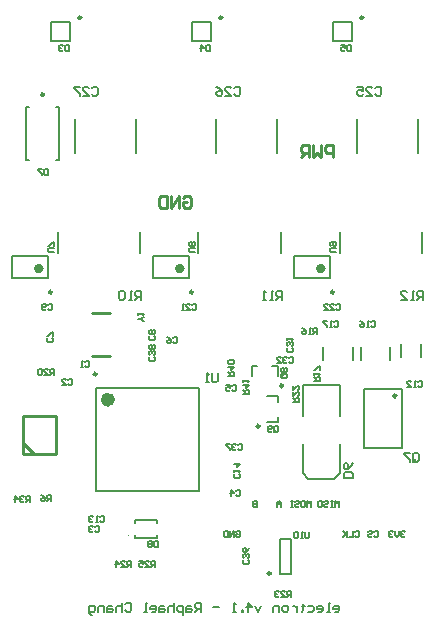
<source format=gbo>
G04 Layer_Color=32896*
%FSAX25Y25*%
%MOIN*%
G70*
G01*
G75*
%ADD42C,0.01000*%
%ADD77C,0.00984*%
%ADD78C,0.00394*%
%ADD79C,0.00787*%
%ADD80C,0.00800*%
%ADD82C,0.00500*%
%ADD136C,0.02362*%
%ADD137C,0.01575*%
D42*
X0558649Y0312750D02*
X0564749D01*
X0558649Y0298250D02*
X0564749D01*
X0535727Y0265671D02*
Y0278269D01*
X0546751Y0265671D02*
Y0278269D01*
X0535727D02*
X0546751D01*
X0535727Y0265671D02*
X0546751D01*
X0535727Y0269214D02*
Y0270002D01*
Y0269214D02*
X0539271Y0265671D01*
X0589033Y0350832D02*
X0589700Y0351499D01*
X0591033D01*
X0591699Y0350832D01*
Y0348166D01*
X0591033Y0347500D01*
X0589700D01*
X0589033Y0348166D01*
Y0349499D01*
X0590366D01*
X0587700Y0347500D02*
Y0351499D01*
X0585035Y0347500D01*
Y0351499D01*
X0583702D02*
Y0347500D01*
X0581702D01*
X0581036Y0348166D01*
Y0350832D01*
X0581702Y0351499D01*
X0583702D01*
X0639199Y0364500D02*
Y0368499D01*
X0637200D01*
X0636533Y0367832D01*
Y0366499D01*
X0637200Y0365833D01*
X0639199D01*
X0635200Y0368499D02*
Y0364500D01*
X0633868Y0365833D01*
X0632535Y0364500D01*
Y0368499D01*
X0631202Y0364500D02*
Y0368499D01*
X0629202D01*
X0628536Y0367832D01*
Y0366499D01*
X0629202Y0365833D01*
X0631202D01*
X0629869D02*
X0628536Y0364500D01*
D77*
X0618278Y0225791D02*
G03*
X0618278Y0225791I-0000492J0000000D01*
G01*
X0560270Y0292252D02*
G03*
X0560270Y0292252I-0000492J0000000D01*
G01*
X0639382Y0319535D02*
G03*
X0639382Y0319535I-0000492J0000000D01*
G01*
X0545382D02*
G03*
X0545382Y0319535I-0000492J0000000D01*
G01*
X0592382D02*
G03*
X0592382Y0319535I-0000492J0000000D01*
G01*
X0555128Y0411067D02*
G03*
X0555128Y0411067I-0000492J0000000D01*
G01*
X0602128D02*
G03*
X0602128Y0411067I-0000492J0000000D01*
G01*
X0649128D02*
G03*
X0649128Y0411067I-0000492J0000000D01*
G01*
X0542691Y0385398D02*
G03*
X0542691Y0385398I-0000492J0000000D01*
G01*
X0622380Y0288347D02*
G03*
X0622380Y0288347I-0000492J0000000D01*
G01*
X0614538Y0274890D02*
G03*
X0614538Y0274890I-0000492J0000000D01*
G01*
X0660142Y0285000D02*
G03*
X0660142Y0285000I-0000492J0000000D01*
G01*
D78*
X0570991Y0238531D02*
G03*
X0570991Y0238531I-0000197J0000000D01*
G01*
D79*
X0621231Y0225594D02*
X0625168D01*
X0621231Y0237405D02*
X0625168D01*
X0621231Y0225594D02*
Y0237405D01*
X0625168Y0225594D02*
Y0237405D01*
X0594325Y0253374D02*
Y0287626D01*
X0560073Y0253374D02*
Y0287626D01*
Y0253374D02*
X0594325D01*
X0560073Y0287626D02*
X0594325D01*
X0625898Y0324260D02*
X0638102D01*
X0625898Y0331740D02*
X0638102D01*
Y0324260D02*
Y0331740D01*
X0625898Y0324260D02*
Y0331740D01*
X0641221Y0332457D02*
Y0339543D01*
X0668780Y0332457D02*
Y0339543D01*
X0594220Y0332457D02*
Y0339543D01*
X0621779Y0332457D02*
Y0339543D01*
X0647160Y0365791D02*
Y0377209D01*
X0667239Y0365791D02*
Y0377209D01*
X0600160Y0365791D02*
Y0377209D01*
X0620238Y0365791D02*
Y0377209D01*
X0531898Y0324260D02*
X0544102D01*
X0531898Y0331740D02*
X0544102D01*
Y0324260D02*
Y0331740D01*
X0531898Y0324260D02*
Y0331740D01*
X0578898Y0324260D02*
X0591102D01*
X0578898Y0331740D02*
X0591102D01*
Y0324260D02*
Y0331740D01*
X0578898Y0324260D02*
Y0331740D01*
X0551270Y0403350D02*
Y0409650D01*
X0545128D02*
X0551270D01*
X0545128Y0403350D02*
X0551270D01*
X0545128D02*
Y0409650D01*
X0598270Y0403350D02*
Y0409650D01*
X0592128D02*
X0598270D01*
X0592128Y0403350D02*
X0598270D01*
X0592128D02*
Y0409650D01*
X0645270Y0403350D02*
Y0409650D01*
X0639128D02*
X0645270D01*
X0639128Y0403350D02*
X0645270D01*
X0639128D02*
Y0409650D01*
X0546825Y0363646D02*
X0547711D01*
X0546825Y0381362D02*
X0547711D01*
X0536687Y0363646D02*
X0537573D01*
X0536687Y0381362D02*
X0537573D01*
X0547711Y0363646D02*
Y0381362D01*
X0536687Y0363646D02*
Y0381362D01*
X0620608Y0291437D02*
Y0294980D01*
X0618738D02*
X0620608D01*
X0611947Y0291437D02*
Y0294980D01*
X0613817D01*
X0617136Y0276169D02*
X0620679D01*
Y0278039D01*
X0617136Y0284831D02*
X0620679D01*
Y0282961D02*
Y0284831D01*
X0661853Y0298035D02*
Y0302366D01*
X0668546Y0298035D02*
Y0302366D01*
X0658120Y0296835D02*
Y0301165D01*
X0648278Y0296835D02*
Y0301165D01*
X0645620Y0296835D02*
Y0301165D01*
X0635778Y0296835D02*
Y0301165D01*
X0661949Y0267657D02*
Y0287343D01*
X0649351Y0267657D02*
Y0287343D01*
X0661949D01*
X0649351Y0267657D02*
X0661949D01*
X0553160Y0365850D02*
Y0377268D01*
X0573239Y0365850D02*
Y0377268D01*
X0580439Y0242469D02*
Y0243453D01*
X0572959Y0242469D02*
Y0243453D01*
X0580439Y0237547D02*
Y0238531D01*
X0572959Y0237547D02*
Y0238531D01*
Y0243453D02*
X0580439D01*
X0572959Y0237547D02*
X0580439D01*
X0629097Y0288461D02*
X0641301D01*
X0639530Y0257358D02*
X0641301Y0259130D01*
X0629097D02*
X0630868Y0257358D01*
X0639530D01*
X0641301Y0278224D02*
Y0288461D01*
X0629097Y0278224D02*
Y0288461D01*
Y0259130D02*
Y0268776D01*
X0641301Y0259130D02*
Y0268776D01*
X0574780Y0332457D02*
Y0339543D01*
X0547221Y0332457D02*
Y0339543D01*
D80*
X0639700Y0213000D02*
X0640699D01*
X0641199Y0213500D01*
Y0214499D01*
X0640699Y0214999D01*
X0639700D01*
X0639200Y0214499D01*
Y0214000D01*
X0641199D01*
X0638200Y0213000D02*
X0637200D01*
X0637700D01*
Y0215999D01*
X0638200D01*
X0634201Y0213000D02*
X0635201D01*
X0635701Y0213500D01*
Y0214499D01*
X0635201Y0214999D01*
X0634201D01*
X0633702Y0214499D01*
Y0214000D01*
X0635701D01*
X0630702Y0214999D02*
X0632202D01*
X0632702Y0214499D01*
Y0213500D01*
X0632202Y0213000D01*
X0630702D01*
X0629203Y0215499D02*
Y0214999D01*
X0629703D01*
X0628703D01*
X0629203D01*
Y0213500D01*
X0628703Y0213000D01*
X0627204Y0214999D02*
Y0213000D01*
Y0214000D01*
X0626704Y0214499D01*
X0626204Y0214999D01*
X0625704D01*
X0623705Y0213000D02*
X0622705D01*
X0622205Y0213500D01*
Y0214499D01*
X0622705Y0214999D01*
X0623705D01*
X0624205Y0214499D01*
Y0213500D01*
X0623705Y0213000D01*
X0621206D02*
Y0214999D01*
X0619706D01*
X0619206Y0214499D01*
Y0213000D01*
X0615207Y0214999D02*
X0614208Y0213000D01*
X0613208Y0214999D01*
X0610709Y0213000D02*
Y0215999D01*
X0612209Y0214499D01*
X0610209D01*
X0609209Y0213000D02*
Y0213500D01*
X0608710D01*
Y0213000D01*
X0609209D01*
X0606710D02*
X0605711D01*
X0606210D01*
Y0215999D01*
X0606710Y0215499D01*
X0601212Y0214499D02*
X0599213D01*
X0595214Y0213000D02*
Y0215999D01*
X0593715D01*
X0593215Y0215499D01*
Y0214499D01*
X0593715Y0214000D01*
X0595214D01*
X0594214D02*
X0593215Y0213000D01*
X0591715Y0214999D02*
X0590715D01*
X0590216Y0214499D01*
Y0213000D01*
X0591715D01*
X0592215Y0213500D01*
X0591715Y0214000D01*
X0590216D01*
X0589216Y0212000D02*
Y0214999D01*
X0587716D01*
X0587217Y0214499D01*
Y0213500D01*
X0587716Y0213000D01*
X0589216D01*
X0586217Y0215999D02*
Y0213000D01*
Y0214499D01*
X0585717Y0214999D01*
X0584717D01*
X0584218Y0214499D01*
Y0213000D01*
X0582718Y0214999D02*
X0581718D01*
X0581218Y0214499D01*
Y0213000D01*
X0582718D01*
X0583218Y0213500D01*
X0582718Y0214000D01*
X0581218D01*
X0578719Y0213000D02*
X0579719D01*
X0580219Y0213500D01*
Y0214499D01*
X0579719Y0214999D01*
X0578719D01*
X0578220Y0214499D01*
Y0214000D01*
X0580219D01*
X0577220Y0213000D02*
X0576220D01*
X0576720D01*
Y0215999D01*
X0577220D01*
X0569722Y0215499D02*
X0570222Y0215999D01*
X0571222D01*
X0571722Y0215499D01*
Y0213500D01*
X0571222Y0213000D01*
X0570222D01*
X0569722Y0213500D01*
X0568723Y0215999D02*
Y0213000D01*
Y0214499D01*
X0568223Y0214999D01*
X0567223D01*
X0566723Y0214499D01*
Y0213000D01*
X0565224Y0214999D02*
X0564224D01*
X0563724Y0214499D01*
Y0213000D01*
X0565224D01*
X0565724Y0213500D01*
X0565224Y0214000D01*
X0563724D01*
X0562724Y0213000D02*
Y0214999D01*
X0561225D01*
X0560725Y0214499D01*
Y0213000D01*
X0558726Y0212000D02*
X0558226D01*
X0557726Y0212500D01*
Y0214999D01*
X0559226D01*
X0559726Y0214499D01*
Y0213500D01*
X0559226Y0213000D01*
X0557726D01*
D82*
X0600699Y0292499D02*
Y0290000D01*
X0600199Y0289500D01*
X0599200D01*
X0598700Y0290000D01*
Y0292499D01*
X0597700Y0289500D02*
X0596700D01*
X0597200D01*
Y0292499D01*
X0597700Y0291999D01*
X0625199Y0218000D02*
Y0219999D01*
X0624199D01*
X0623866Y0219666D01*
Y0219000D01*
X0624199Y0218666D01*
X0625199D01*
X0624533D02*
X0623866Y0218000D01*
X0621867D02*
X0623200D01*
X0621867Y0219333D01*
Y0219666D01*
X0622200Y0219999D01*
X0622866D01*
X0623200Y0219666D01*
X0621200D02*
X0620867Y0219999D01*
X0620201D01*
X0619868Y0219666D01*
Y0219333D01*
X0620201Y0219000D01*
X0620534D01*
X0620201D01*
X0619868Y0218666D01*
Y0218333D01*
X0620201Y0218000D01*
X0620867D01*
X0621200Y0218333D01*
X0576198Y0310000D02*
X0575865D01*
X0575199Y0310666D01*
X0575865Y0311333D01*
X0576198D01*
X0575199Y0310666D02*
X0574199D01*
Y0311999D02*
Y0312666D01*
Y0312333D01*
X0576198D01*
X0575865Y0311999D01*
X0631199Y0239499D02*
Y0237833D01*
X0630866Y0237500D01*
X0630199D01*
X0629866Y0237833D01*
Y0239499D01*
X0629200Y0237500D02*
X0628533D01*
X0628866D01*
Y0239499D01*
X0629200Y0239166D01*
X0627534D02*
X0627200Y0239499D01*
X0626534D01*
X0626201Y0239166D01*
Y0237833D01*
X0626534Y0237500D01*
X0627200D01*
X0627534Y0237833D01*
Y0239166D01*
X0640199Y0333000D02*
X0638532D01*
X0638199Y0333333D01*
Y0334000D01*
X0638532Y0334333D01*
X0640199D01*
X0638532Y0334999D02*
X0638199Y0335333D01*
Y0335999D01*
X0638532Y0336332D01*
X0639865D01*
X0640199Y0335999D01*
Y0335333D01*
X0639865Y0334999D01*
X0639532D01*
X0639199Y0335333D01*
Y0336332D01*
X0640065Y0315166D02*
X0640399Y0315499D01*
X0641065D01*
X0641398Y0315166D01*
Y0313833D01*
X0641065Y0313500D01*
X0640399D01*
X0640065Y0313833D01*
X0638066Y0313500D02*
X0639399D01*
X0638066Y0314833D01*
Y0315166D01*
X0638399Y0315499D01*
X0639066D01*
X0639399Y0315166D01*
X0636067Y0313500D02*
X0637399D01*
X0636067Y0314833D01*
Y0315166D01*
X0636400Y0315499D01*
X0637066D01*
X0637399Y0315166D01*
X0592065D02*
X0592399Y0315499D01*
X0593065D01*
X0593398Y0315166D01*
Y0313833D01*
X0593065Y0313500D01*
X0592399D01*
X0592065Y0313833D01*
X0590066Y0313500D02*
X0591399D01*
X0590066Y0314833D01*
Y0315166D01*
X0590399Y0315499D01*
X0591066D01*
X0591399Y0315166D01*
X0589399Y0313500D02*
X0588733D01*
X0589066D01*
Y0315499D01*
X0589399Y0315166D01*
X0607865Y0258833D02*
X0608198Y0258500D01*
Y0257833D01*
X0607865Y0257500D01*
X0606532D01*
X0606199Y0257833D01*
Y0258500D01*
X0606532Y0258833D01*
X0606199Y0259499D02*
Y0260166D01*
Y0259833D01*
X0608198D01*
X0607865Y0259499D01*
X0606199Y0262165D02*
X0608198D01*
X0607199Y0261165D01*
Y0262498D01*
X0561366Y0244666D02*
X0561699Y0244999D01*
X0562366D01*
X0562699Y0244666D01*
Y0243333D01*
X0562366Y0243000D01*
X0561699D01*
X0561366Y0243333D01*
X0560700Y0243000D02*
X0560033D01*
X0560366D01*
Y0244999D01*
X0560700Y0244666D01*
X0559034D02*
X0558700Y0244999D01*
X0558034D01*
X0557701Y0244666D01*
Y0244333D01*
X0558034Y0244000D01*
X0558367D01*
X0558034D01*
X0557701Y0243666D01*
Y0243333D01*
X0558034Y0243000D01*
X0558700D01*
X0559034Y0243333D01*
X0669199Y0317000D02*
Y0319999D01*
X0667700D01*
X0667200Y0319499D01*
Y0318499D01*
X0667700Y0318000D01*
X0669199D01*
X0668199D02*
X0667200Y0317000D01*
X0666200D02*
X0665200D01*
X0665700D01*
Y0319999D01*
X0666200Y0319499D01*
X0661702Y0317000D02*
X0663701D01*
X0661702Y0318999D01*
Y0319499D01*
X0662201Y0319999D01*
X0663201D01*
X0663701Y0319499D01*
X0622199Y0317000D02*
Y0319999D01*
X0620700D01*
X0620200Y0319499D01*
Y0318499D01*
X0620700Y0318000D01*
X0622199D01*
X0621199D02*
X0620200Y0317000D01*
X0619200D02*
X0618200D01*
X0618700D01*
Y0319999D01*
X0619200Y0319499D01*
X0616701Y0317000D02*
X0615701D01*
X0616201D01*
Y0319999D01*
X0616701Y0319499D01*
X0544065Y0315166D02*
X0544399Y0315499D01*
X0545065D01*
X0545398Y0315166D01*
Y0313833D01*
X0545065Y0313500D01*
X0544399D01*
X0544065Y0313833D01*
X0543399D02*
X0543066Y0313500D01*
X0542399D01*
X0542066Y0313833D01*
Y0315166D01*
X0542399Y0315499D01*
X0543066D01*
X0543399Y0315166D01*
Y0314833D01*
X0543066Y0314500D01*
X0542066D01*
X0545365Y0304333D02*
X0545698Y0304000D01*
Y0303333D01*
X0545365Y0303000D01*
X0544032D01*
X0543699Y0303333D01*
Y0304000D01*
X0544032Y0304333D01*
X0545698Y0304999D02*
Y0306332D01*
X0545365D01*
X0544032Y0304999D01*
X0543699D01*
X0579365Y0304833D02*
X0579699Y0304500D01*
Y0303833D01*
X0579365Y0303500D01*
X0578032D01*
X0577699Y0303833D01*
Y0304500D01*
X0578032Y0304833D01*
X0579365Y0305499D02*
X0579699Y0305833D01*
Y0306499D01*
X0579365Y0306832D01*
X0579032D01*
X0578699Y0306499D01*
X0578366Y0306832D01*
X0578032D01*
X0577699Y0306499D01*
Y0305833D01*
X0578032Y0305499D01*
X0578366D01*
X0578699Y0305833D01*
X0579032Y0305499D01*
X0579365D01*
X0578699Y0305833D02*
Y0306499D01*
X0556366Y0296166D02*
X0556699Y0296499D01*
X0557366D01*
X0557699Y0296166D01*
Y0294833D01*
X0557366Y0294500D01*
X0556699D01*
X0556366Y0294833D01*
X0555700Y0294500D02*
X0555033D01*
X0555367D01*
Y0296499D01*
X0555700Y0296166D01*
X0550866Y0290166D02*
X0551199Y0290499D01*
X0551866D01*
X0552199Y0290166D01*
Y0288833D01*
X0551866Y0288500D01*
X0551199D01*
X0550866Y0288833D01*
X0548867Y0288500D02*
X0550200D01*
X0548867Y0289833D01*
Y0290166D01*
X0549200Y0290499D01*
X0549866D01*
X0550200Y0290166D01*
X0559866Y0241166D02*
X0560199Y0241499D01*
X0560866D01*
X0561199Y0241166D01*
Y0239833D01*
X0560866Y0239500D01*
X0560199D01*
X0559866Y0239833D01*
X0559200Y0241166D02*
X0558867Y0241499D01*
X0558200D01*
X0557867Y0241166D01*
Y0240833D01*
X0558200Y0240500D01*
X0558533D01*
X0558200D01*
X0557867Y0240166D01*
Y0239833D01*
X0558200Y0239500D01*
X0558867D01*
X0559200Y0239833D01*
X0606866Y0253166D02*
X0607199Y0253499D01*
X0607866D01*
X0608199Y0253166D01*
Y0251833D01*
X0607866Y0251500D01*
X0607199D01*
X0606866Y0251833D01*
X0605200Y0251500D02*
Y0253499D01*
X0606200Y0252500D01*
X0604867D01*
X0605366Y0288166D02*
X0605699Y0288499D01*
X0606366D01*
X0606699Y0288166D01*
Y0286833D01*
X0606366Y0286500D01*
X0605699D01*
X0605366Y0286833D01*
X0603367Y0288499D02*
X0604700D01*
Y0287500D01*
X0604033Y0287833D01*
X0603700D01*
X0603367Y0287500D01*
Y0286833D01*
X0603700Y0286500D01*
X0604366D01*
X0604700Y0286833D01*
X0653200Y0387499D02*
X0653700Y0387999D01*
X0654699D01*
X0655199Y0387499D01*
Y0385500D01*
X0654699Y0385000D01*
X0653700D01*
X0653200Y0385500D01*
X0650201Y0385000D02*
X0652200D01*
X0650201Y0386999D01*
Y0387499D01*
X0650701Y0387999D01*
X0651700D01*
X0652200Y0387499D01*
X0647202Y0387999D02*
X0649201D01*
Y0386500D01*
X0648201Y0386999D01*
X0647702D01*
X0647202Y0386500D01*
Y0385500D01*
X0647702Y0385000D01*
X0648701D01*
X0649201Y0385500D01*
X0606200Y0387499D02*
X0606700Y0387999D01*
X0607699D01*
X0608199Y0387499D01*
Y0385500D01*
X0607699Y0385000D01*
X0606700D01*
X0606200Y0385500D01*
X0603201Y0385000D02*
X0605200D01*
X0603201Y0386999D01*
Y0387499D01*
X0603701Y0387999D01*
X0604700D01*
X0605200Y0387499D01*
X0600202Y0387999D02*
X0601201Y0387499D01*
X0602201Y0386500D01*
Y0385500D01*
X0601701Y0385000D01*
X0600702D01*
X0600202Y0385500D01*
Y0386000D01*
X0600702Y0386500D01*
X0602201D01*
X0546199Y0333000D02*
X0544532D01*
X0544199Y0333333D01*
Y0334000D01*
X0544532Y0334333D01*
X0546199D01*
Y0334999D02*
Y0336332D01*
X0545865D01*
X0544532Y0334999D01*
X0544199D01*
X0593198Y0333000D02*
X0591532D01*
X0591199Y0333333D01*
Y0334000D01*
X0591532Y0334333D01*
X0593198D01*
X0592865Y0334999D02*
X0593198Y0335333D01*
Y0335999D01*
X0592865Y0336332D01*
X0592532D01*
X0592199Y0335999D01*
X0591866Y0336332D01*
X0591532D01*
X0591199Y0335999D01*
Y0335333D01*
X0591532Y0334999D01*
X0591866D01*
X0592199Y0335333D01*
X0592532Y0334999D01*
X0592865D01*
X0592199Y0335333D02*
Y0335999D01*
X0610865Y0230333D02*
X0611199Y0230000D01*
Y0229333D01*
X0610865Y0229000D01*
X0609532D01*
X0609199Y0229333D01*
Y0230000D01*
X0609532Y0230333D01*
X0610865Y0230999D02*
X0611199Y0231333D01*
Y0231999D01*
X0610865Y0232332D01*
X0610532D01*
X0610199Y0231999D01*
Y0231666D01*
Y0231999D01*
X0609866Y0232332D01*
X0609532D01*
X0609199Y0231999D01*
Y0231333D01*
X0609532Y0230999D01*
X0611199Y0234332D02*
X0610865Y0233665D01*
X0610199Y0232999D01*
X0609532D01*
X0609199Y0233332D01*
Y0233998D01*
X0609532Y0234332D01*
X0609866D01*
X0610199Y0233998D01*
Y0232999D01*
X0551199Y0401999D02*
Y0400000D01*
X0550199D01*
X0549866Y0400333D01*
Y0401666D01*
X0550199Y0401999D01*
X0551199D01*
X0549200Y0401666D02*
X0548867Y0401999D01*
X0548200D01*
X0547867Y0401666D01*
Y0401333D01*
X0548200Y0401000D01*
X0548533D01*
X0548200D01*
X0547867Y0400666D01*
Y0400333D01*
X0548200Y0400000D01*
X0548867D01*
X0549200Y0400333D01*
X0598199Y0401999D02*
Y0400000D01*
X0597199D01*
X0596866Y0400333D01*
Y0401666D01*
X0597199Y0401999D01*
X0598199D01*
X0595200Y0400000D02*
Y0401999D01*
X0596200Y0401000D01*
X0594867D01*
X0645199Y0401999D02*
Y0400000D01*
X0644199D01*
X0643866Y0400333D01*
Y0401666D01*
X0644199Y0401999D01*
X0645199D01*
X0641867D02*
X0643200D01*
Y0401000D01*
X0642533Y0401333D01*
X0642200D01*
X0641867Y0401000D01*
Y0400333D01*
X0642200Y0400000D01*
X0642867D01*
X0643200Y0400333D01*
X0544199Y0360499D02*
Y0358500D01*
X0543199D01*
X0542866Y0358833D01*
Y0360166D01*
X0543199Y0360499D01*
X0544199D01*
X0542200D02*
X0540867D01*
Y0360166D01*
X0542200Y0358833D01*
Y0358500D01*
X0607366Y0268666D02*
X0607699Y0268999D01*
X0608366D01*
X0608699Y0268666D01*
Y0267333D01*
X0608366Y0267000D01*
X0607699D01*
X0607366Y0267333D01*
X0606700Y0268666D02*
X0606366Y0268999D01*
X0605700D01*
X0605367Y0268666D01*
Y0268333D01*
X0605700Y0268000D01*
X0606033D01*
X0605700D01*
X0605367Y0267666D01*
Y0267333D01*
X0605700Y0267000D01*
X0606366D01*
X0606700Y0267333D01*
X0604700Y0268999D02*
X0603368D01*
Y0268666D01*
X0604700Y0267333D01*
Y0267000D01*
X0622032Y0292333D02*
X0623365D01*
X0623699Y0292000D01*
Y0291333D01*
X0623365Y0291000D01*
X0622032D01*
X0621699Y0291333D01*
Y0292000D01*
X0622366Y0291666D02*
X0621699Y0292333D01*
Y0292000D02*
X0622032Y0292333D01*
X0623365Y0292999D02*
X0623699Y0293333D01*
Y0293999D01*
X0623365Y0294332D01*
X0623032D01*
X0622699Y0293999D01*
X0622366Y0294332D01*
X0622032D01*
X0621699Y0293999D01*
Y0293333D01*
X0622032Y0292999D01*
X0622366D01*
X0622699Y0293333D01*
X0623032Y0292999D01*
X0623365D01*
X0622699Y0293333D02*
Y0293999D01*
X0619366Y0273333D02*
Y0274666D01*
X0619699Y0274999D01*
X0620366D01*
X0620699Y0274666D01*
Y0273333D01*
X0620366Y0273000D01*
X0619699D01*
X0620033Y0273666D02*
X0619366Y0273000D01*
X0619699D02*
X0619366Y0273333D01*
X0618700D02*
X0618366Y0273000D01*
X0617700D01*
X0617367Y0273333D01*
Y0274666D01*
X0617700Y0274999D01*
X0618366D01*
X0618700Y0274666D01*
Y0274333D01*
X0618366Y0274000D01*
X0617367D01*
X0604199Y0291500D02*
X0606199D01*
Y0292500D01*
X0605865Y0292833D01*
X0605199D01*
X0604866Y0292500D01*
Y0291500D01*
Y0292166D02*
X0604199Y0292833D01*
Y0294499D02*
X0606199D01*
X0605199Y0293499D01*
Y0294832D01*
X0605865Y0295499D02*
X0606199Y0295832D01*
Y0296498D01*
X0605865Y0296832D01*
X0604532D01*
X0604199Y0296498D01*
Y0295832D01*
X0604532Y0295499D01*
X0605865D01*
X0609199Y0285500D02*
X0611199D01*
Y0286500D01*
X0610865Y0286833D01*
X0610199D01*
X0609866Y0286500D01*
Y0285500D01*
Y0286166D02*
X0609199Y0286833D01*
Y0288499D02*
X0611199D01*
X0610199Y0287499D01*
Y0288832D01*
X0609199Y0289499D02*
Y0290165D01*
Y0289832D01*
X0611199D01*
X0610865Y0289499D01*
X0625699Y0283000D02*
X0627699D01*
Y0284000D01*
X0627365Y0284333D01*
X0626699D01*
X0626366Y0284000D01*
Y0283000D01*
Y0283666D02*
X0625699Y0284333D01*
Y0286332D02*
Y0284999D01*
X0627032Y0286332D01*
X0627365D01*
X0627699Y0285999D01*
Y0285333D01*
X0627365Y0284999D01*
X0625699Y0288332D02*
Y0286999D01*
X0627032Y0288332D01*
X0627365D01*
X0627699Y0287998D01*
Y0287332D01*
X0627365Y0286999D01*
X0624366Y0297666D02*
X0624699Y0297999D01*
X0625366D01*
X0625699Y0297666D01*
Y0296333D01*
X0625366Y0296000D01*
X0624699D01*
X0624366Y0296333D01*
X0623700Y0297666D02*
X0623366Y0297999D01*
X0622700D01*
X0622367Y0297666D01*
Y0297333D01*
X0622700Y0297000D01*
X0623033D01*
X0622700D01*
X0622367Y0296666D01*
Y0296333D01*
X0622700Y0296000D01*
X0623366D01*
X0623700Y0296333D01*
X0620367Y0296000D02*
X0621700D01*
X0620367Y0297333D01*
Y0297666D01*
X0620701Y0297999D01*
X0621367D01*
X0621700Y0297666D01*
X0625365Y0300833D02*
X0625699Y0300500D01*
Y0299833D01*
X0625365Y0299500D01*
X0624032D01*
X0623699Y0299833D01*
Y0300500D01*
X0624032Y0300833D01*
X0625365Y0301499D02*
X0625699Y0301833D01*
Y0302499D01*
X0625365Y0302832D01*
X0625032D01*
X0624699Y0302499D01*
Y0302166D01*
Y0302499D01*
X0624366Y0302832D01*
X0624032D01*
X0623699Y0302499D01*
Y0301833D01*
X0624032Y0301499D01*
X0623699Y0303499D02*
Y0304165D01*
Y0303832D01*
X0625699D01*
X0625365Y0303499D01*
X0667366Y0289566D02*
X0667699Y0289899D01*
X0668366D01*
X0668699Y0289566D01*
Y0288233D01*
X0668366Y0287900D01*
X0667699D01*
X0667366Y0288233D01*
X0666700Y0287900D02*
X0666033D01*
X0666366D01*
Y0289899D01*
X0666700Y0289566D01*
X0663701Y0287900D02*
X0665034D01*
X0663701Y0289233D01*
Y0289566D01*
X0664034Y0289899D01*
X0664700D01*
X0665034Y0289566D01*
X0651866Y0309666D02*
X0652199Y0309999D01*
X0652866D01*
X0653199Y0309666D01*
Y0308333D01*
X0652866Y0308000D01*
X0652199D01*
X0651866Y0308333D01*
X0651200Y0308000D02*
X0650533D01*
X0650867D01*
Y0309999D01*
X0651200Y0309666D01*
X0648201Y0309999D02*
X0648867Y0309666D01*
X0649534Y0309000D01*
Y0308333D01*
X0649200Y0308000D01*
X0648534D01*
X0648201Y0308333D01*
Y0308666D01*
X0648534Y0309000D01*
X0649534D01*
X0639366Y0309666D02*
X0639699Y0309999D01*
X0640366D01*
X0640699Y0309666D01*
Y0308333D01*
X0640366Y0308000D01*
X0639699D01*
X0639366Y0308333D01*
X0638700Y0308000D02*
X0638033D01*
X0638367D01*
Y0309999D01*
X0638700Y0309666D01*
X0637034Y0309999D02*
X0635701D01*
Y0309666D01*
X0637034Y0308333D01*
Y0308000D01*
X0633699Y0305500D02*
Y0307499D01*
X0632699D01*
X0632366Y0307166D01*
Y0306500D01*
X0632699Y0306166D01*
X0633699D01*
X0633033D02*
X0632366Y0305500D01*
X0631700D02*
X0631033D01*
X0631366D01*
Y0307499D01*
X0631700Y0307166D01*
X0628701Y0307499D02*
X0629367Y0307166D01*
X0630034Y0306500D01*
Y0305833D01*
X0629700Y0305500D01*
X0629034D01*
X0628701Y0305833D01*
Y0306166D01*
X0629034Y0306500D01*
X0630034D01*
X0632699Y0290000D02*
X0634698D01*
Y0291000D01*
X0634365Y0291333D01*
X0633699D01*
X0633366Y0291000D01*
Y0290000D01*
Y0290666D02*
X0632699Y0291333D01*
Y0291999D02*
Y0292666D01*
Y0292333D01*
X0634698D01*
X0634365Y0291999D01*
X0634698Y0293666D02*
Y0294998D01*
X0634365D01*
X0633032Y0293666D01*
X0632699D01*
X0665700Y0263500D02*
Y0265499D01*
X0666200Y0265999D01*
X0667199D01*
X0667699Y0265499D01*
Y0263500D01*
X0667199Y0263000D01*
X0666200D01*
X0666699Y0264000D02*
X0665700Y0263000D01*
X0666200D02*
X0665700Y0263500D01*
X0664700Y0265999D02*
X0662701D01*
Y0265499D01*
X0664700Y0263500D01*
Y0263000D01*
X0558700Y0387499D02*
X0559200Y0387999D01*
X0560199D01*
X0560699Y0387499D01*
Y0385500D01*
X0560199Y0385000D01*
X0559200D01*
X0558700Y0385500D01*
X0555701Y0385000D02*
X0557700D01*
X0555701Y0386999D01*
Y0387499D01*
X0556201Y0387999D01*
X0557200D01*
X0557700Y0387499D01*
X0554701Y0387999D02*
X0552702D01*
Y0387499D01*
X0554701Y0385500D01*
Y0385000D01*
X0579699Y0228000D02*
Y0229999D01*
X0578699D01*
X0578366Y0229666D01*
Y0229000D01*
X0578699Y0228666D01*
X0579699D01*
X0579033D02*
X0578366Y0228000D01*
X0576367D02*
X0577700D01*
X0576367Y0229333D01*
Y0229666D01*
X0576700Y0229999D01*
X0577366D01*
X0577700Y0229666D01*
X0574368Y0229999D02*
X0575700D01*
Y0229000D01*
X0575034Y0229333D01*
X0574701D01*
X0574368Y0229000D01*
Y0228333D01*
X0574701Y0228000D01*
X0575367D01*
X0575700Y0228333D01*
X0571699Y0228000D02*
Y0229999D01*
X0570699D01*
X0570366Y0229666D01*
Y0229000D01*
X0570699Y0228666D01*
X0571699D01*
X0571033D02*
X0570366Y0228000D01*
X0568367D02*
X0569700D01*
X0568367Y0229333D01*
Y0229666D01*
X0568700Y0229999D01*
X0569367D01*
X0569700Y0229666D01*
X0566701Y0228000D02*
Y0229999D01*
X0567700Y0229000D01*
X0566367D01*
X0579365Y0297833D02*
X0579699Y0297500D01*
Y0296833D01*
X0579365Y0296500D01*
X0578032D01*
X0577699Y0296833D01*
Y0297500D01*
X0578032Y0297833D01*
X0579365Y0298499D02*
X0579699Y0298833D01*
Y0299499D01*
X0579365Y0299832D01*
X0579032D01*
X0578699Y0299499D01*
Y0299166D01*
Y0299499D01*
X0578366Y0299832D01*
X0578032D01*
X0577699Y0299499D01*
Y0298833D01*
X0578032Y0298499D01*
X0579365Y0300499D02*
X0579699Y0300832D01*
Y0301498D01*
X0579365Y0301832D01*
X0579032D01*
X0578699Y0301498D01*
X0578366Y0301832D01*
X0578032D01*
X0577699Y0301498D01*
Y0300832D01*
X0578032Y0300499D01*
X0578366D01*
X0578699Y0300832D01*
X0579032Y0300499D01*
X0579365D01*
X0578699Y0300832D02*
Y0301498D01*
X0580699Y0236499D02*
Y0234500D01*
X0579699D01*
X0579366Y0234833D01*
Y0236166D01*
X0579699Y0236499D01*
X0580699D01*
X0578700Y0236166D02*
X0578367Y0236499D01*
X0577700D01*
X0577367Y0236166D01*
Y0235833D01*
X0577700Y0235500D01*
X0577367Y0235166D01*
Y0234833D01*
X0577700Y0234500D01*
X0578367D01*
X0578700Y0234833D01*
Y0235166D01*
X0578367Y0235500D01*
X0578700Y0235833D01*
Y0236166D01*
X0578367Y0235500D02*
X0577700D01*
X0645698Y0257500D02*
X0642699D01*
Y0258999D01*
X0643199Y0259499D01*
X0645198D01*
X0645698Y0258999D01*
Y0257500D01*
Y0262498D02*
X0645198Y0261499D01*
X0644199Y0260499D01*
X0643199D01*
X0642699Y0260999D01*
Y0261999D01*
X0643199Y0262498D01*
X0643699D01*
X0644199Y0261999D01*
Y0260499D01*
X0585866Y0304166D02*
X0586199Y0304499D01*
X0586866D01*
X0587199Y0304166D01*
Y0302833D01*
X0586866Y0302500D01*
X0586199D01*
X0585866Y0302833D01*
X0583867Y0304499D02*
X0584533Y0304166D01*
X0585200Y0303500D01*
Y0302833D01*
X0584867Y0302500D01*
X0584200D01*
X0583867Y0302833D01*
Y0303166D01*
X0584200Y0303500D01*
X0585200D01*
X0575199Y0317000D02*
Y0319999D01*
X0573700D01*
X0573200Y0319499D01*
Y0318499D01*
X0573700Y0318000D01*
X0575199D01*
X0574199D02*
X0573200Y0317000D01*
X0572200D02*
X0571200D01*
X0571700D01*
Y0319999D01*
X0572200Y0319499D01*
X0569701D02*
X0569201Y0319999D01*
X0568201D01*
X0567702Y0319499D01*
Y0317500D01*
X0568201Y0317000D01*
X0569201D01*
X0569701Y0317500D01*
Y0319499D01*
X0545199Y0250000D02*
Y0251999D01*
X0544199D01*
X0543866Y0251666D01*
Y0251000D01*
X0544199Y0250666D01*
X0545199D01*
X0544533D02*
X0543866Y0250000D01*
X0541867Y0251999D02*
X0542533Y0251666D01*
X0543200Y0251000D01*
Y0250333D01*
X0542867Y0250000D01*
X0542200D01*
X0541867Y0250333D01*
Y0250666D01*
X0542200Y0251000D01*
X0543200D01*
X0546199Y0292000D02*
Y0293999D01*
X0545199D01*
X0544866Y0293666D01*
Y0293000D01*
X0545199Y0292666D01*
X0546199D01*
X0545533D02*
X0544866Y0292000D01*
X0542867D02*
X0544200D01*
X0542867Y0293333D01*
Y0293666D01*
X0543200Y0293999D01*
X0543866D01*
X0544200Y0293666D01*
X0542200D02*
X0541867Y0293999D01*
X0541201D01*
X0540868Y0293666D01*
Y0292333D01*
X0541201Y0292000D01*
X0541867D01*
X0542200Y0292333D01*
Y0293666D01*
X0538199Y0249728D02*
Y0251728D01*
X0537199D01*
X0536866Y0251395D01*
Y0250728D01*
X0537199Y0250395D01*
X0538199D01*
X0537533D02*
X0536866Y0249728D01*
X0536200Y0251395D02*
X0535866Y0251728D01*
X0535200D01*
X0534867Y0251395D01*
Y0251061D01*
X0535200Y0250728D01*
X0535533D01*
X0535200D01*
X0534867Y0250395D01*
Y0250062D01*
X0535200Y0249728D01*
X0535866D01*
X0536200Y0250062D01*
X0533201Y0249728D02*
Y0251728D01*
X0534200Y0250728D01*
X0532867D01*
X0606866Y0239666D02*
X0607199Y0239999D01*
X0607866D01*
X0608199Y0239666D01*
Y0238333D01*
X0607866Y0238000D01*
X0607199D01*
X0606866Y0238333D01*
Y0239000D01*
X0607533D01*
X0606200Y0238000D02*
Y0239999D01*
X0604867Y0238000D01*
Y0239999D01*
X0604200D02*
Y0238000D01*
X0603201D01*
X0602868Y0238333D01*
Y0239666D01*
X0603201Y0239999D01*
X0604200D01*
X0613699Y0249999D02*
Y0248000D01*
X0612699D01*
X0612366Y0248333D01*
Y0248666D01*
X0612699Y0249000D01*
X0613699D01*
X0612699D01*
X0612366Y0249333D01*
Y0249666D01*
X0612699Y0249999D01*
X0613699D01*
X0621699Y0248000D02*
Y0249333D01*
X0621033Y0249999D01*
X0620366Y0249333D01*
Y0248000D01*
Y0249000D01*
X0621699D01*
X0631699Y0248000D02*
Y0249999D01*
X0631033Y0249333D01*
X0630366Y0249999D01*
Y0248000D01*
X0628700Y0249999D02*
X0629366D01*
X0629700Y0249666D01*
Y0248333D01*
X0629366Y0248000D01*
X0628700D01*
X0628367Y0248333D01*
Y0249666D01*
X0628700Y0249999D01*
X0626368Y0249666D02*
X0626701Y0249999D01*
X0627367D01*
X0627700Y0249666D01*
Y0249333D01*
X0627367Y0249000D01*
X0626701D01*
X0626368Y0248666D01*
Y0248333D01*
X0626701Y0248000D01*
X0627367D01*
X0627700Y0248333D01*
X0625701Y0249999D02*
X0625035D01*
X0625368D01*
Y0248000D01*
X0625701D01*
X0625035D01*
X0641199D02*
Y0249999D01*
X0640533Y0249333D01*
X0639866Y0249999D01*
Y0248000D01*
X0639200Y0249999D02*
X0638533D01*
X0638867D01*
Y0248000D01*
X0639200D01*
X0638533D01*
X0636201Y0249666D02*
X0636534Y0249999D01*
X0637200D01*
X0637534Y0249666D01*
Y0249333D01*
X0637200Y0249000D01*
X0636534D01*
X0636201Y0248666D01*
Y0248333D01*
X0636534Y0248000D01*
X0637200D01*
X0637534Y0248333D01*
X0634535Y0249999D02*
X0635201D01*
X0635534Y0249666D01*
Y0248333D01*
X0635201Y0248000D01*
X0634535D01*
X0634201Y0248333D01*
Y0249666D01*
X0634535Y0249999D01*
X0646366Y0239666D02*
X0646699Y0239999D01*
X0647366D01*
X0647699Y0239666D01*
Y0238333D01*
X0647366Y0238000D01*
X0646699D01*
X0646366Y0238333D01*
X0645700Y0239999D02*
Y0238000D01*
X0644367D01*
X0643700Y0239999D02*
Y0238000D01*
Y0238666D01*
X0642368Y0239999D01*
X0643367Y0239000D01*
X0642368Y0238000D01*
X0652866Y0239666D02*
X0653199Y0239999D01*
X0653866D01*
X0654199Y0239666D01*
Y0238333D01*
X0653866Y0238000D01*
X0653199D01*
X0652866Y0238333D01*
X0650867Y0239666D02*
X0651200Y0239999D01*
X0651866D01*
X0652200Y0239666D01*
Y0239333D01*
X0651866Y0239000D01*
X0651200D01*
X0650867Y0238666D01*
Y0238333D01*
X0651200Y0238000D01*
X0651866D01*
X0652200Y0238333D01*
X0663199Y0239666D02*
X0662866Y0239999D01*
X0662199D01*
X0661866Y0239666D01*
Y0239333D01*
X0662199Y0239000D01*
X0662533D01*
X0662199D01*
X0661866Y0238666D01*
Y0238333D01*
X0662199Y0238000D01*
X0662866D01*
X0663199Y0238333D01*
X0661200Y0239999D02*
Y0238666D01*
X0660533Y0238000D01*
X0659867Y0238666D01*
Y0239999D01*
X0659200Y0239666D02*
X0658867Y0239999D01*
X0658201D01*
X0657867Y0239666D01*
Y0239333D01*
X0658201Y0239000D01*
X0658534D01*
X0658201D01*
X0657867Y0238666D01*
Y0238333D01*
X0658201Y0238000D01*
X0658867D01*
X0659200Y0238333D01*
D136*
X0565191Y0283689D02*
G03*
X0565191Y0283689I-0001181J0000000D01*
G01*
D137*
X0635740Y0327410D02*
G03*
X0635740Y0327410I-0000787J0000000D01*
G01*
X0541740D02*
G03*
X0541740Y0327410I-0000787J0000000D01*
G01*
X0588740D02*
G03*
X0588740Y0327410I-0000787J0000000D01*
G01*
M02*

</source>
